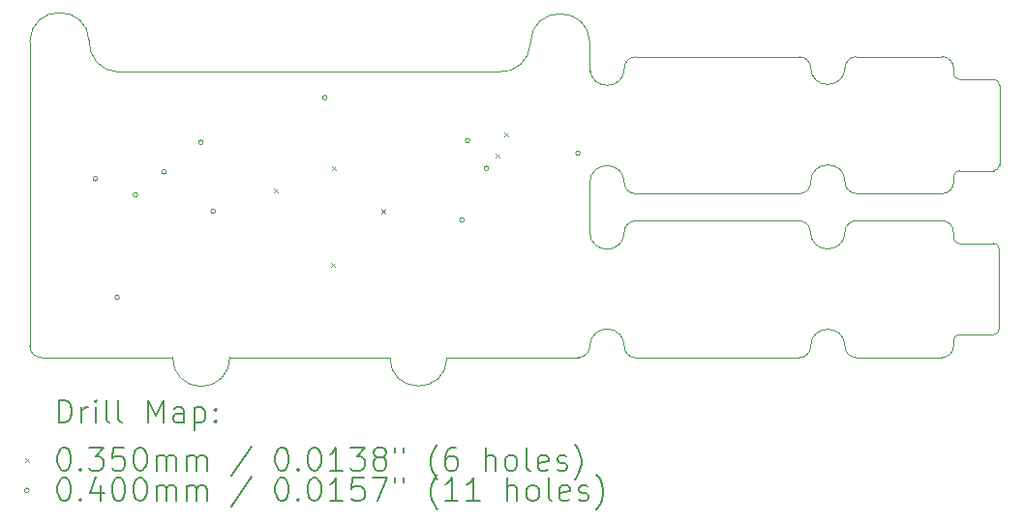
<source format=gbr>
%FSLAX45Y45*%
G04 Gerber Fmt 4.5, Leading zero omitted, Abs format (unit mm)*
G04 Created by KiCad (PCBNEW (6.0.4)) date 2023-03-26 23:07:18*
%MOMM*%
%LPD*%
G01*
G04 APERTURE LIST*
%TA.AperFunction,Profile*%
%ADD10C,0.100000*%
%TD*%
%ADD11C,0.200000*%
%ADD12C,0.035000*%
%ADD13C,0.040000*%
G04 APERTURE END LIST*
D10*
X24890562Y-14535859D02*
X24890562Y-14585859D01*
X24890916Y-13635504D02*
G75*
G03*
X24940917Y-13685504I50004J4D01*
G01*
X23541500Y-13252000D02*
X22111500Y-13252000D01*
X21709997Y-12150000D02*
G75*
G03*
X22011500Y-12152000I150753J-760D01*
G01*
X24042377Y-12050377D02*
G75*
G03*
X23942377Y-12150377I3J-100003D01*
G01*
X24889850Y-13586570D02*
G75*
G03*
X24789851Y-13486570I-100000J0D01*
G01*
X24790562Y-14685859D02*
X24040562Y-14685859D01*
X23541500Y-13252000D02*
G75*
G03*
X23641500Y-13152000I0J100000D01*
G01*
X25240562Y-14485152D02*
G75*
G03*
X25290562Y-14435149I-2J50002D01*
G01*
X24890955Y-12150377D02*
X24892732Y-12200022D01*
X24042377Y-12050377D02*
X24790955Y-12050377D01*
X24942377Y-13050377D02*
G75*
G03*
X24892377Y-13100377I3J-50003D01*
G01*
X24890953Y-12150377D02*
G75*
G03*
X24790955Y-12050377I-99993J7D01*
G01*
X23941664Y-13149666D02*
G75*
G03*
X24041666Y-13249666I100006J6D01*
G01*
X23941750Y-13148250D02*
G75*
G03*
X23641750Y-13148250I-150000J0D01*
G01*
X24892738Y-12200022D02*
G75*
G03*
X24942732Y-12250022I50002J2D01*
G01*
X25242022Y-13050022D02*
X24942377Y-13050377D01*
X24889851Y-13586570D02*
X24890917Y-13635504D01*
X24791666Y-13249666D02*
X24041666Y-13249666D01*
X23640750Y-13588250D02*
G75*
G03*
X23540750Y-13488250I-100000J0D01*
G01*
X25240562Y-14485149D02*
X24940562Y-14485859D01*
X22011500Y-13152000D02*
G75*
G03*
X22111500Y-13252000I100000J0D01*
G01*
X17584310Y-12185014D02*
X20910430Y-12184310D01*
X22010745Y-14588250D02*
G75*
G03*
X21710000Y-14585000I-150355J3250D01*
G01*
X24790562Y-14685862D02*
G75*
G03*
X24890562Y-14585859I-2J100002D01*
G01*
X16810000Y-12185000D02*
X16810711Y-14585289D01*
X24892377Y-13100377D02*
X24891666Y-13149666D01*
X25242022Y-13050022D02*
G75*
G03*
X25292022Y-13000022I-2J50002D01*
G01*
X24791666Y-13249666D02*
G75*
G03*
X24891666Y-13149666I4J99996D01*
G01*
X16810711Y-14585289D02*
G75*
G03*
X16910711Y-14685289I99999J-1D01*
G01*
X23641000Y-12144000D02*
G75*
G03*
X23941000Y-12144000I150000J0D01*
G01*
X21610000Y-14685000D02*
G75*
G03*
X21710000Y-14585000I0J100000D01*
G01*
X21710000Y-12185000D02*
X21710000Y-11930000D01*
X24041273Y-13486573D02*
G75*
G03*
X23941273Y-13586570I-3J-99997D01*
G01*
X18559998Y-14685102D02*
X19960000Y-14685000D01*
X22111500Y-12052000D02*
G75*
G03*
X22011500Y-12152000I0J-100000D01*
G01*
X24942732Y-12250022D02*
X25242022Y-12250732D01*
X23641500Y-12152000D02*
G75*
G03*
X23541500Y-12052000I-100000J0D01*
G01*
X23540750Y-14688250D02*
X22110750Y-14688250D01*
X20460000Y-14685000D02*
X21610000Y-14685000D01*
X24940917Y-13685504D02*
X25240562Y-13685859D01*
X25290562Y-13735859D02*
X25290562Y-14435149D01*
X25292028Y-12300732D02*
G75*
G03*
X25242022Y-12250732I-50008J-8D01*
G01*
X21710000Y-11930000D02*
G75*
G03*
X21190000Y-11930000I-260000J-5000D01*
G01*
X23640005Y-13584000D02*
G75*
G03*
X23941273Y-13586570I150645J0D01*
G01*
X21710000Y-13587000D02*
G75*
G03*
X22010000Y-13587000I150000J0D01*
G01*
X16910711Y-14685289D02*
X18060000Y-14685000D01*
X23940561Y-14585859D02*
G75*
G03*
X24040562Y-14685859I99999J-1D01*
G01*
X22110750Y-13488250D02*
X23540750Y-13488250D01*
X22110750Y-13488250D02*
G75*
G03*
X22010750Y-13588250I0J-100000D01*
G01*
X25292022Y-12300732D02*
X25292022Y-13000022D01*
X22111500Y-12052000D02*
X23541500Y-12052000D01*
X21710000Y-13155000D02*
X21710000Y-13587000D01*
X25290561Y-13735859D02*
G75*
G03*
X25240562Y-13685859I-50001J-1D01*
G01*
X19960000Y-14685000D02*
G75*
G03*
X20460000Y-14685000I250000J0D01*
G01*
X17330006Y-11905444D02*
G75*
G03*
X17584310Y-12185014I259304J-19576D01*
G01*
X17330000Y-11920000D02*
G75*
G03*
X16810000Y-11920000I-260000J-5000D01*
G01*
X24940562Y-14485862D02*
G75*
G03*
X24890562Y-14535859I-2J-49998D01*
G01*
X20910430Y-12184311D02*
G75*
G03*
X21190000Y-11930000I19570J259311D01*
G01*
X22010000Y-13155000D02*
G75*
G03*
X21710000Y-13155000I-150000J0D01*
G01*
X23940750Y-14588250D02*
G75*
G03*
X23640750Y-14588250I-150000J0D01*
G01*
X24041273Y-13486570D02*
X24789851Y-13486570D01*
X22010750Y-14588250D02*
G75*
G03*
X22110750Y-14688250I100000J0D01*
G01*
X23540750Y-14688250D02*
G75*
G03*
X23640750Y-14588250I0J100000D01*
G01*
X16810000Y-12185000D02*
X16810000Y-11920000D01*
X18060004Y-14685000D02*
G75*
G03*
X18559998Y-14685102I249996J-5100D01*
G01*
D11*
D12*
X18943000Y-13207500D02*
X18978000Y-13242500D01*
X18978000Y-13207500D02*
X18943000Y-13242500D01*
X19442500Y-13857500D02*
X19477500Y-13892500D01*
X19477500Y-13857500D02*
X19442500Y-13892500D01*
X19452500Y-13012500D02*
X19487500Y-13047500D01*
X19487500Y-13012500D02*
X19452500Y-13047500D01*
X19882500Y-13387500D02*
X19917500Y-13422500D01*
X19917500Y-13387500D02*
X19882500Y-13422500D01*
X20882500Y-12902500D02*
X20917500Y-12937500D01*
X20917500Y-12902500D02*
X20882500Y-12937500D01*
X20957500Y-12712500D02*
X20992500Y-12747500D01*
X20992500Y-12712500D02*
X20957500Y-12747500D01*
D13*
X17405000Y-13120000D02*
G75*
G03*
X17405000Y-13120000I-20000J0D01*
G01*
X17595000Y-14160000D02*
G75*
G03*
X17595000Y-14160000I-20000J0D01*
G01*
X17752500Y-13260000D02*
G75*
G03*
X17752500Y-13260000I-20000J0D01*
G01*
X18005000Y-13060000D02*
G75*
G03*
X18005000Y-13060000I-20000J0D01*
G01*
X18325000Y-12800000D02*
G75*
G03*
X18325000Y-12800000I-20000J0D01*
G01*
X18435000Y-13405000D02*
G75*
G03*
X18435000Y-13405000I-20000J0D01*
G01*
X19411750Y-12409750D02*
G75*
G03*
X19411750Y-12409750I-20000J0D01*
G01*
X20610000Y-13480000D02*
G75*
G03*
X20610000Y-13480000I-20000J0D01*
G01*
X20660000Y-12785000D02*
G75*
G03*
X20660000Y-12785000I-20000J0D01*
G01*
X20824500Y-13030500D02*
G75*
G03*
X20824500Y-13030500I-20000J0D01*
G01*
X21625000Y-12895000D02*
G75*
G03*
X21625000Y-12895000I-20000J0D01*
G01*
D11*
X17062619Y-15255624D02*
X17062619Y-15055624D01*
X17110238Y-15055624D01*
X17138810Y-15065148D01*
X17157857Y-15084195D01*
X17167381Y-15103243D01*
X17176905Y-15141338D01*
X17176905Y-15169910D01*
X17167381Y-15208005D01*
X17157857Y-15227052D01*
X17138810Y-15246100D01*
X17110238Y-15255624D01*
X17062619Y-15255624D01*
X17262619Y-15255624D02*
X17262619Y-15122290D01*
X17262619Y-15160386D02*
X17272143Y-15141338D01*
X17281667Y-15131814D01*
X17300714Y-15122290D01*
X17319762Y-15122290D01*
X17386429Y-15255624D02*
X17386429Y-15122290D01*
X17386429Y-15055624D02*
X17376905Y-15065148D01*
X17386429Y-15074671D01*
X17395952Y-15065148D01*
X17386429Y-15055624D01*
X17386429Y-15074671D01*
X17510238Y-15255624D02*
X17491190Y-15246100D01*
X17481667Y-15227052D01*
X17481667Y-15055624D01*
X17615000Y-15255624D02*
X17595952Y-15246100D01*
X17586429Y-15227052D01*
X17586429Y-15055624D01*
X17843571Y-15255624D02*
X17843571Y-15055624D01*
X17910238Y-15198481D01*
X17976905Y-15055624D01*
X17976905Y-15255624D01*
X18157857Y-15255624D02*
X18157857Y-15150862D01*
X18148333Y-15131814D01*
X18129286Y-15122290D01*
X18091190Y-15122290D01*
X18072143Y-15131814D01*
X18157857Y-15246100D02*
X18138810Y-15255624D01*
X18091190Y-15255624D01*
X18072143Y-15246100D01*
X18062619Y-15227052D01*
X18062619Y-15208005D01*
X18072143Y-15188957D01*
X18091190Y-15179433D01*
X18138810Y-15179433D01*
X18157857Y-15169910D01*
X18253095Y-15122290D02*
X18253095Y-15322290D01*
X18253095Y-15131814D02*
X18272143Y-15122290D01*
X18310238Y-15122290D01*
X18329286Y-15131814D01*
X18338810Y-15141338D01*
X18348333Y-15160386D01*
X18348333Y-15217529D01*
X18338810Y-15236576D01*
X18329286Y-15246100D01*
X18310238Y-15255624D01*
X18272143Y-15255624D01*
X18253095Y-15246100D01*
X18434048Y-15236576D02*
X18443571Y-15246100D01*
X18434048Y-15255624D01*
X18424524Y-15246100D01*
X18434048Y-15236576D01*
X18434048Y-15255624D01*
X18434048Y-15131814D02*
X18443571Y-15141338D01*
X18434048Y-15150862D01*
X18424524Y-15141338D01*
X18434048Y-15131814D01*
X18434048Y-15150862D01*
D12*
X16770000Y-15567648D02*
X16805000Y-15602648D01*
X16805000Y-15567648D02*
X16770000Y-15602648D01*
D11*
X17100714Y-15475624D02*
X17119762Y-15475624D01*
X17138810Y-15485148D01*
X17148333Y-15494671D01*
X17157857Y-15513719D01*
X17167381Y-15551814D01*
X17167381Y-15599433D01*
X17157857Y-15637529D01*
X17148333Y-15656576D01*
X17138810Y-15666100D01*
X17119762Y-15675624D01*
X17100714Y-15675624D01*
X17081667Y-15666100D01*
X17072143Y-15656576D01*
X17062619Y-15637529D01*
X17053095Y-15599433D01*
X17053095Y-15551814D01*
X17062619Y-15513719D01*
X17072143Y-15494671D01*
X17081667Y-15485148D01*
X17100714Y-15475624D01*
X17253095Y-15656576D02*
X17262619Y-15666100D01*
X17253095Y-15675624D01*
X17243571Y-15666100D01*
X17253095Y-15656576D01*
X17253095Y-15675624D01*
X17329286Y-15475624D02*
X17453095Y-15475624D01*
X17386429Y-15551814D01*
X17415000Y-15551814D01*
X17434048Y-15561338D01*
X17443571Y-15570862D01*
X17453095Y-15589910D01*
X17453095Y-15637529D01*
X17443571Y-15656576D01*
X17434048Y-15666100D01*
X17415000Y-15675624D01*
X17357857Y-15675624D01*
X17338810Y-15666100D01*
X17329286Y-15656576D01*
X17634048Y-15475624D02*
X17538810Y-15475624D01*
X17529286Y-15570862D01*
X17538810Y-15561338D01*
X17557857Y-15551814D01*
X17605476Y-15551814D01*
X17624524Y-15561338D01*
X17634048Y-15570862D01*
X17643571Y-15589910D01*
X17643571Y-15637529D01*
X17634048Y-15656576D01*
X17624524Y-15666100D01*
X17605476Y-15675624D01*
X17557857Y-15675624D01*
X17538810Y-15666100D01*
X17529286Y-15656576D01*
X17767381Y-15475624D02*
X17786429Y-15475624D01*
X17805476Y-15485148D01*
X17815000Y-15494671D01*
X17824524Y-15513719D01*
X17834048Y-15551814D01*
X17834048Y-15599433D01*
X17824524Y-15637529D01*
X17815000Y-15656576D01*
X17805476Y-15666100D01*
X17786429Y-15675624D01*
X17767381Y-15675624D01*
X17748333Y-15666100D01*
X17738810Y-15656576D01*
X17729286Y-15637529D01*
X17719762Y-15599433D01*
X17719762Y-15551814D01*
X17729286Y-15513719D01*
X17738810Y-15494671D01*
X17748333Y-15485148D01*
X17767381Y-15475624D01*
X17919762Y-15675624D02*
X17919762Y-15542290D01*
X17919762Y-15561338D02*
X17929286Y-15551814D01*
X17948333Y-15542290D01*
X17976905Y-15542290D01*
X17995952Y-15551814D01*
X18005476Y-15570862D01*
X18005476Y-15675624D01*
X18005476Y-15570862D02*
X18015000Y-15551814D01*
X18034048Y-15542290D01*
X18062619Y-15542290D01*
X18081667Y-15551814D01*
X18091190Y-15570862D01*
X18091190Y-15675624D01*
X18186429Y-15675624D02*
X18186429Y-15542290D01*
X18186429Y-15561338D02*
X18195952Y-15551814D01*
X18215000Y-15542290D01*
X18243571Y-15542290D01*
X18262619Y-15551814D01*
X18272143Y-15570862D01*
X18272143Y-15675624D01*
X18272143Y-15570862D02*
X18281667Y-15551814D01*
X18300714Y-15542290D01*
X18329286Y-15542290D01*
X18348333Y-15551814D01*
X18357857Y-15570862D01*
X18357857Y-15675624D01*
X18748333Y-15466100D02*
X18576905Y-15723243D01*
X19005476Y-15475624D02*
X19024524Y-15475624D01*
X19043571Y-15485148D01*
X19053095Y-15494671D01*
X19062619Y-15513719D01*
X19072143Y-15551814D01*
X19072143Y-15599433D01*
X19062619Y-15637529D01*
X19053095Y-15656576D01*
X19043571Y-15666100D01*
X19024524Y-15675624D01*
X19005476Y-15675624D01*
X18986429Y-15666100D01*
X18976905Y-15656576D01*
X18967381Y-15637529D01*
X18957857Y-15599433D01*
X18957857Y-15551814D01*
X18967381Y-15513719D01*
X18976905Y-15494671D01*
X18986429Y-15485148D01*
X19005476Y-15475624D01*
X19157857Y-15656576D02*
X19167381Y-15666100D01*
X19157857Y-15675624D01*
X19148333Y-15666100D01*
X19157857Y-15656576D01*
X19157857Y-15675624D01*
X19291190Y-15475624D02*
X19310238Y-15475624D01*
X19329286Y-15485148D01*
X19338810Y-15494671D01*
X19348333Y-15513719D01*
X19357857Y-15551814D01*
X19357857Y-15599433D01*
X19348333Y-15637529D01*
X19338810Y-15656576D01*
X19329286Y-15666100D01*
X19310238Y-15675624D01*
X19291190Y-15675624D01*
X19272143Y-15666100D01*
X19262619Y-15656576D01*
X19253095Y-15637529D01*
X19243571Y-15599433D01*
X19243571Y-15551814D01*
X19253095Y-15513719D01*
X19262619Y-15494671D01*
X19272143Y-15485148D01*
X19291190Y-15475624D01*
X19548333Y-15675624D02*
X19434048Y-15675624D01*
X19491190Y-15675624D02*
X19491190Y-15475624D01*
X19472143Y-15504195D01*
X19453095Y-15523243D01*
X19434048Y-15532767D01*
X19615000Y-15475624D02*
X19738810Y-15475624D01*
X19672143Y-15551814D01*
X19700714Y-15551814D01*
X19719762Y-15561338D01*
X19729286Y-15570862D01*
X19738810Y-15589910D01*
X19738810Y-15637529D01*
X19729286Y-15656576D01*
X19719762Y-15666100D01*
X19700714Y-15675624D01*
X19643571Y-15675624D01*
X19624524Y-15666100D01*
X19615000Y-15656576D01*
X19853095Y-15561338D02*
X19834048Y-15551814D01*
X19824524Y-15542290D01*
X19815000Y-15523243D01*
X19815000Y-15513719D01*
X19824524Y-15494671D01*
X19834048Y-15485148D01*
X19853095Y-15475624D01*
X19891190Y-15475624D01*
X19910238Y-15485148D01*
X19919762Y-15494671D01*
X19929286Y-15513719D01*
X19929286Y-15523243D01*
X19919762Y-15542290D01*
X19910238Y-15551814D01*
X19891190Y-15561338D01*
X19853095Y-15561338D01*
X19834048Y-15570862D01*
X19824524Y-15580386D01*
X19815000Y-15599433D01*
X19815000Y-15637529D01*
X19824524Y-15656576D01*
X19834048Y-15666100D01*
X19853095Y-15675624D01*
X19891190Y-15675624D01*
X19910238Y-15666100D01*
X19919762Y-15656576D01*
X19929286Y-15637529D01*
X19929286Y-15599433D01*
X19919762Y-15580386D01*
X19910238Y-15570862D01*
X19891190Y-15561338D01*
X20005476Y-15475624D02*
X20005476Y-15513719D01*
X20081667Y-15475624D02*
X20081667Y-15513719D01*
X20376905Y-15751814D02*
X20367381Y-15742290D01*
X20348333Y-15713719D01*
X20338810Y-15694671D01*
X20329286Y-15666100D01*
X20319762Y-15618481D01*
X20319762Y-15580386D01*
X20329286Y-15532767D01*
X20338810Y-15504195D01*
X20348333Y-15485148D01*
X20367381Y-15456576D01*
X20376905Y-15447052D01*
X20538810Y-15475624D02*
X20500714Y-15475624D01*
X20481667Y-15485148D01*
X20472143Y-15494671D01*
X20453095Y-15523243D01*
X20443571Y-15561338D01*
X20443571Y-15637529D01*
X20453095Y-15656576D01*
X20462619Y-15666100D01*
X20481667Y-15675624D01*
X20519762Y-15675624D01*
X20538810Y-15666100D01*
X20548333Y-15656576D01*
X20557857Y-15637529D01*
X20557857Y-15589910D01*
X20548333Y-15570862D01*
X20538810Y-15561338D01*
X20519762Y-15551814D01*
X20481667Y-15551814D01*
X20462619Y-15561338D01*
X20453095Y-15570862D01*
X20443571Y-15589910D01*
X20795952Y-15675624D02*
X20795952Y-15475624D01*
X20881667Y-15675624D02*
X20881667Y-15570862D01*
X20872143Y-15551814D01*
X20853095Y-15542290D01*
X20824524Y-15542290D01*
X20805476Y-15551814D01*
X20795952Y-15561338D01*
X21005476Y-15675624D02*
X20986429Y-15666100D01*
X20976905Y-15656576D01*
X20967381Y-15637529D01*
X20967381Y-15580386D01*
X20976905Y-15561338D01*
X20986429Y-15551814D01*
X21005476Y-15542290D01*
X21034048Y-15542290D01*
X21053095Y-15551814D01*
X21062619Y-15561338D01*
X21072143Y-15580386D01*
X21072143Y-15637529D01*
X21062619Y-15656576D01*
X21053095Y-15666100D01*
X21034048Y-15675624D01*
X21005476Y-15675624D01*
X21186429Y-15675624D02*
X21167381Y-15666100D01*
X21157857Y-15647052D01*
X21157857Y-15475624D01*
X21338810Y-15666100D02*
X21319762Y-15675624D01*
X21281667Y-15675624D01*
X21262619Y-15666100D01*
X21253095Y-15647052D01*
X21253095Y-15570862D01*
X21262619Y-15551814D01*
X21281667Y-15542290D01*
X21319762Y-15542290D01*
X21338810Y-15551814D01*
X21348333Y-15570862D01*
X21348333Y-15589910D01*
X21253095Y-15608957D01*
X21424524Y-15666100D02*
X21443571Y-15675624D01*
X21481667Y-15675624D01*
X21500714Y-15666100D01*
X21510238Y-15647052D01*
X21510238Y-15637529D01*
X21500714Y-15618481D01*
X21481667Y-15608957D01*
X21453095Y-15608957D01*
X21434048Y-15599433D01*
X21424524Y-15580386D01*
X21424524Y-15570862D01*
X21434048Y-15551814D01*
X21453095Y-15542290D01*
X21481667Y-15542290D01*
X21500714Y-15551814D01*
X21576905Y-15751814D02*
X21586429Y-15742290D01*
X21605476Y-15713719D01*
X21615000Y-15694671D01*
X21624524Y-15666100D01*
X21634048Y-15618481D01*
X21634048Y-15580386D01*
X21624524Y-15532767D01*
X21615000Y-15504195D01*
X21605476Y-15485148D01*
X21586429Y-15456576D01*
X21576905Y-15447052D01*
D13*
X16805000Y-15849148D02*
G75*
G03*
X16805000Y-15849148I-20000J0D01*
G01*
D11*
X17100714Y-15739624D02*
X17119762Y-15739624D01*
X17138810Y-15749148D01*
X17148333Y-15758671D01*
X17157857Y-15777719D01*
X17167381Y-15815814D01*
X17167381Y-15863433D01*
X17157857Y-15901529D01*
X17148333Y-15920576D01*
X17138810Y-15930100D01*
X17119762Y-15939624D01*
X17100714Y-15939624D01*
X17081667Y-15930100D01*
X17072143Y-15920576D01*
X17062619Y-15901529D01*
X17053095Y-15863433D01*
X17053095Y-15815814D01*
X17062619Y-15777719D01*
X17072143Y-15758671D01*
X17081667Y-15749148D01*
X17100714Y-15739624D01*
X17253095Y-15920576D02*
X17262619Y-15930100D01*
X17253095Y-15939624D01*
X17243571Y-15930100D01*
X17253095Y-15920576D01*
X17253095Y-15939624D01*
X17434048Y-15806290D02*
X17434048Y-15939624D01*
X17386429Y-15730100D02*
X17338810Y-15872957D01*
X17462619Y-15872957D01*
X17576905Y-15739624D02*
X17595952Y-15739624D01*
X17615000Y-15749148D01*
X17624524Y-15758671D01*
X17634048Y-15777719D01*
X17643571Y-15815814D01*
X17643571Y-15863433D01*
X17634048Y-15901529D01*
X17624524Y-15920576D01*
X17615000Y-15930100D01*
X17595952Y-15939624D01*
X17576905Y-15939624D01*
X17557857Y-15930100D01*
X17548333Y-15920576D01*
X17538810Y-15901529D01*
X17529286Y-15863433D01*
X17529286Y-15815814D01*
X17538810Y-15777719D01*
X17548333Y-15758671D01*
X17557857Y-15749148D01*
X17576905Y-15739624D01*
X17767381Y-15739624D02*
X17786429Y-15739624D01*
X17805476Y-15749148D01*
X17815000Y-15758671D01*
X17824524Y-15777719D01*
X17834048Y-15815814D01*
X17834048Y-15863433D01*
X17824524Y-15901529D01*
X17815000Y-15920576D01*
X17805476Y-15930100D01*
X17786429Y-15939624D01*
X17767381Y-15939624D01*
X17748333Y-15930100D01*
X17738810Y-15920576D01*
X17729286Y-15901529D01*
X17719762Y-15863433D01*
X17719762Y-15815814D01*
X17729286Y-15777719D01*
X17738810Y-15758671D01*
X17748333Y-15749148D01*
X17767381Y-15739624D01*
X17919762Y-15939624D02*
X17919762Y-15806290D01*
X17919762Y-15825338D02*
X17929286Y-15815814D01*
X17948333Y-15806290D01*
X17976905Y-15806290D01*
X17995952Y-15815814D01*
X18005476Y-15834862D01*
X18005476Y-15939624D01*
X18005476Y-15834862D02*
X18015000Y-15815814D01*
X18034048Y-15806290D01*
X18062619Y-15806290D01*
X18081667Y-15815814D01*
X18091190Y-15834862D01*
X18091190Y-15939624D01*
X18186429Y-15939624D02*
X18186429Y-15806290D01*
X18186429Y-15825338D02*
X18195952Y-15815814D01*
X18215000Y-15806290D01*
X18243571Y-15806290D01*
X18262619Y-15815814D01*
X18272143Y-15834862D01*
X18272143Y-15939624D01*
X18272143Y-15834862D02*
X18281667Y-15815814D01*
X18300714Y-15806290D01*
X18329286Y-15806290D01*
X18348333Y-15815814D01*
X18357857Y-15834862D01*
X18357857Y-15939624D01*
X18748333Y-15730100D02*
X18576905Y-15987243D01*
X19005476Y-15739624D02*
X19024524Y-15739624D01*
X19043571Y-15749148D01*
X19053095Y-15758671D01*
X19062619Y-15777719D01*
X19072143Y-15815814D01*
X19072143Y-15863433D01*
X19062619Y-15901529D01*
X19053095Y-15920576D01*
X19043571Y-15930100D01*
X19024524Y-15939624D01*
X19005476Y-15939624D01*
X18986429Y-15930100D01*
X18976905Y-15920576D01*
X18967381Y-15901529D01*
X18957857Y-15863433D01*
X18957857Y-15815814D01*
X18967381Y-15777719D01*
X18976905Y-15758671D01*
X18986429Y-15749148D01*
X19005476Y-15739624D01*
X19157857Y-15920576D02*
X19167381Y-15930100D01*
X19157857Y-15939624D01*
X19148333Y-15930100D01*
X19157857Y-15920576D01*
X19157857Y-15939624D01*
X19291190Y-15739624D02*
X19310238Y-15739624D01*
X19329286Y-15749148D01*
X19338810Y-15758671D01*
X19348333Y-15777719D01*
X19357857Y-15815814D01*
X19357857Y-15863433D01*
X19348333Y-15901529D01*
X19338810Y-15920576D01*
X19329286Y-15930100D01*
X19310238Y-15939624D01*
X19291190Y-15939624D01*
X19272143Y-15930100D01*
X19262619Y-15920576D01*
X19253095Y-15901529D01*
X19243571Y-15863433D01*
X19243571Y-15815814D01*
X19253095Y-15777719D01*
X19262619Y-15758671D01*
X19272143Y-15749148D01*
X19291190Y-15739624D01*
X19548333Y-15939624D02*
X19434048Y-15939624D01*
X19491190Y-15939624D02*
X19491190Y-15739624D01*
X19472143Y-15768195D01*
X19453095Y-15787243D01*
X19434048Y-15796767D01*
X19729286Y-15739624D02*
X19634048Y-15739624D01*
X19624524Y-15834862D01*
X19634048Y-15825338D01*
X19653095Y-15815814D01*
X19700714Y-15815814D01*
X19719762Y-15825338D01*
X19729286Y-15834862D01*
X19738810Y-15853910D01*
X19738810Y-15901529D01*
X19729286Y-15920576D01*
X19719762Y-15930100D01*
X19700714Y-15939624D01*
X19653095Y-15939624D01*
X19634048Y-15930100D01*
X19624524Y-15920576D01*
X19805476Y-15739624D02*
X19938810Y-15739624D01*
X19853095Y-15939624D01*
X20005476Y-15739624D02*
X20005476Y-15777719D01*
X20081667Y-15739624D02*
X20081667Y-15777719D01*
X20376905Y-16015814D02*
X20367381Y-16006290D01*
X20348333Y-15977719D01*
X20338810Y-15958671D01*
X20329286Y-15930100D01*
X20319762Y-15882481D01*
X20319762Y-15844386D01*
X20329286Y-15796767D01*
X20338810Y-15768195D01*
X20348333Y-15749148D01*
X20367381Y-15720576D01*
X20376905Y-15711052D01*
X20557857Y-15939624D02*
X20443571Y-15939624D01*
X20500714Y-15939624D02*
X20500714Y-15739624D01*
X20481667Y-15768195D01*
X20462619Y-15787243D01*
X20443571Y-15796767D01*
X20748333Y-15939624D02*
X20634048Y-15939624D01*
X20691190Y-15939624D02*
X20691190Y-15739624D01*
X20672143Y-15768195D01*
X20653095Y-15787243D01*
X20634048Y-15796767D01*
X20986429Y-15939624D02*
X20986429Y-15739624D01*
X21072143Y-15939624D02*
X21072143Y-15834862D01*
X21062619Y-15815814D01*
X21043571Y-15806290D01*
X21015000Y-15806290D01*
X20995952Y-15815814D01*
X20986429Y-15825338D01*
X21195952Y-15939624D02*
X21176905Y-15930100D01*
X21167381Y-15920576D01*
X21157857Y-15901529D01*
X21157857Y-15844386D01*
X21167381Y-15825338D01*
X21176905Y-15815814D01*
X21195952Y-15806290D01*
X21224524Y-15806290D01*
X21243571Y-15815814D01*
X21253095Y-15825338D01*
X21262619Y-15844386D01*
X21262619Y-15901529D01*
X21253095Y-15920576D01*
X21243571Y-15930100D01*
X21224524Y-15939624D01*
X21195952Y-15939624D01*
X21376905Y-15939624D02*
X21357857Y-15930100D01*
X21348333Y-15911052D01*
X21348333Y-15739624D01*
X21529286Y-15930100D02*
X21510238Y-15939624D01*
X21472143Y-15939624D01*
X21453095Y-15930100D01*
X21443571Y-15911052D01*
X21443571Y-15834862D01*
X21453095Y-15815814D01*
X21472143Y-15806290D01*
X21510238Y-15806290D01*
X21529286Y-15815814D01*
X21538810Y-15834862D01*
X21538810Y-15853910D01*
X21443571Y-15872957D01*
X21615000Y-15930100D02*
X21634048Y-15939624D01*
X21672143Y-15939624D01*
X21691190Y-15930100D01*
X21700714Y-15911052D01*
X21700714Y-15901529D01*
X21691190Y-15882481D01*
X21672143Y-15872957D01*
X21643571Y-15872957D01*
X21624524Y-15863433D01*
X21615000Y-15844386D01*
X21615000Y-15834862D01*
X21624524Y-15815814D01*
X21643571Y-15806290D01*
X21672143Y-15806290D01*
X21691190Y-15815814D01*
X21767381Y-16015814D02*
X21776905Y-16006290D01*
X21795952Y-15977719D01*
X21805476Y-15958671D01*
X21815000Y-15930100D01*
X21824524Y-15882481D01*
X21824524Y-15844386D01*
X21815000Y-15796767D01*
X21805476Y-15768195D01*
X21795952Y-15749148D01*
X21776905Y-15720576D01*
X21767381Y-15711052D01*
M02*

</source>
